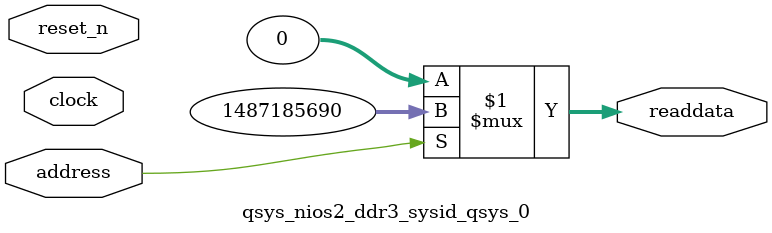
<source format=v>



// synthesis translate_off
`timescale 1ns / 1ps
// synthesis translate_on

// turn off superfluous verilog processor warnings 
// altera message_level Level1 
// altera message_off 10034 10035 10036 10037 10230 10240 10030 

module qsys_nios2_ddr3_sysid_qsys_0 (
               // inputs:
                address,
                clock,
                reset_n,

               // outputs:
                readdata
             )
;

  output  [ 31: 0] readdata;
  input            address;
  input            clock;
  input            reset_n;

  wire    [ 31: 0] readdata;
  //control_slave, which is an e_avalon_slave
  assign readdata = address ? 1487185690 : 0;

endmodule



</source>
